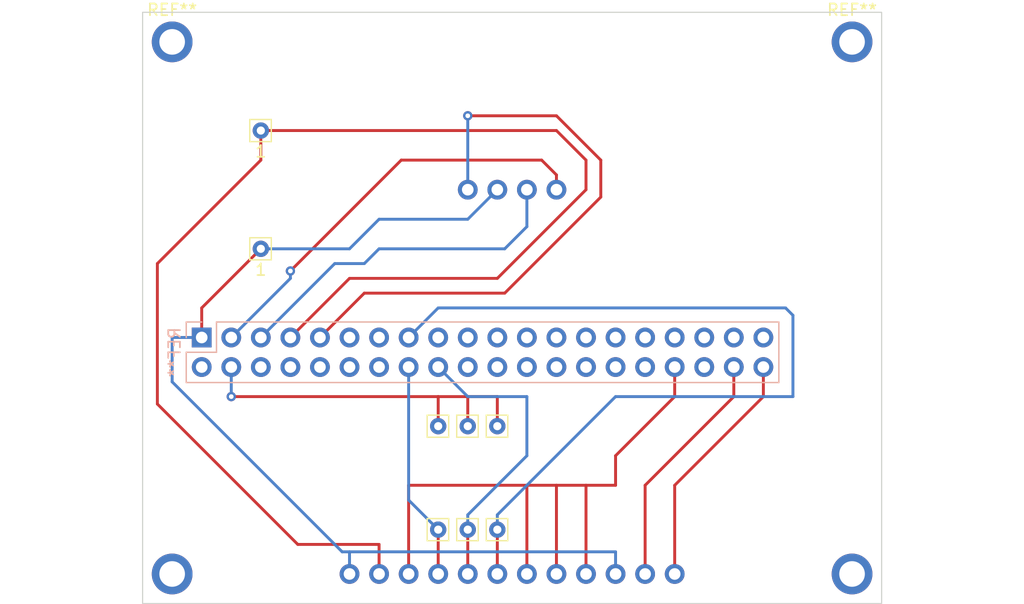
<source format=kicad_pcb>
(kicad_pcb (version 20221018) (generator pcbnew)
  (layers (0 "F.Cu" signal) (31 "B.Cu" signal) (34 "B.Paste" user) (35 "F.Paste" user) (36 "B.SilkS" user "B.Silkscreen") (37 "F.SilkS" user "F.Silkscreen") (38 "B.Mask" user) (39 "F.Mask" user) (44 "Edge.Cuts" user))
  (net 0 "")
  (footprint "" (layer "F.Cu") (at 152.4 124.46)
    (fp_text reference "" (at 0 0) (layer "F.SilkS") (effects (font (size 1.27 1.27))))
    (fp_text value "" (at 0 0) (layer "F.SilkS") (effects (font (size 1.27 1.27))))
    (pad "" thru_hole oval (at 0 0 270) (size 1.7 1.7) (drill 1) (layers "*.Cu" "*.Mask"))
  )
  (footprint "" (layer "F.Cu") (at 124.46 124.46)
    (fp_text reference "" (at 0 0) (layer "F.SilkS") (effects (font (size 1.27 1.27))))
    (fp_text value "" (at 0 0) (layer "F.SilkS") (effects (font (size 1.27 1.27))))
    (pad "" thru_hole oval (at 0 0 270) (size 1.7 1.7) (drill 1) (layers "*.Cu" "*.Mask"))
  )
  (footprint "" (layer "F.Cu") (at 134.62 124.46)
    (fp_text reference "" (at 0 0) (layer "F.SilkS") (effects (font (size 1.27 1.27))))
    (fp_text value "" (at 0 0) (layer "F.SilkS") (effects (font (size 1.27 1.27))))
    (pad "" thru_hole oval (at 0 0 270) (size 1.7 1.7) (drill 1) (layers "*.Cu" "*.Mask"))
  )
  (footprint "" (layer "F.Cu") (at 167.64 124.46)
    (fp_text reference "" (at 0 0) (layer "F.SilkS") (effects (font (size 1.27 1.27))))
    (fp_text value "" (at 0 0) (layer "F.SilkS") (effects (font (size 1.27 1.27))))
    (pad "" thru_hole circle (at 0 0) (size 3.5 3.5) (drill 2.2) (layers "*.Cu" "*.Mask"))
  )
  (footprint "MountingHole:MountingHole_2.2mm_M2_ISO7380_Pad" (layer "F.Cu") (at 167.64 78.74)
    (fp_text reference "REF**" (at 0 -2.75) (layer "F.SilkS"))
    (fp_text value "MountingHole_2.2mm_M2_ISO7380_Pad")
    (pad "" thru_hole circle (at 0 0) (size 3.5 3.5) (drill 2.2) (layers "*.Cu" "*.Mask"))
  )
  (footprint "" (layer "F.Cu") (at 129.54 124.46)
    (fp_text reference "" (at 0 0) (layer "F.SilkS") (effects (font (size 1.27 1.27))))
    (fp_text value "" (at 0 0) (layer "F.SilkS") (effects (font (size 1.27 1.27))))
    (pad "" thru_hole oval (at 0 0 270) (size 1.7 1.7) (drill 1) (layers "*.Cu" "*.Mask"))
  )
  (footprint "" (layer "F.Cu") (at 139.7 124.46)
    (fp_text reference "" (at 0 0) (layer "F.SilkS") (effects (font (size 1.27 1.27))))
    (fp_text value "" (at 0 0) (layer "F.SilkS") (effects (font (size 1.27 1.27))))
    (pad "" thru_hole oval (at 0 0 270) (size 1.7 1.7) (drill 1) (layers "*.Cu" "*.Mask"))
  )
  (footprint "" (layer "F.Cu") (at 147.32 124.46)
    (fp_text reference "" (at 0 0) (layer "F.SilkS") (effects (font (size 1.27 1.27))))
    (fp_text value "" (at 0 0) (layer "F.SilkS") (effects (font (size 1.27 1.27))))
    (pad "" thru_hole oval (at 0 0 270) (size 1.7 1.7) (drill 1) (layers "*.Cu" "*.Mask"))
  )
  (footprint "" (layer "F.Cu") (at 109.22 124.46)
    (fp_text reference "" (at 0 0) (layer "F.SilkS") (effects (font (size 1.27 1.27))))
    (fp_text value "" (at 0 0) (layer "F.SilkS") (effects (font (size 1.27 1.27))))
    (pad "" thru_hole circle (at 0 0) (size 3.5 3.5) (drill 2.2) (layers "*.Cu" "*.Mask"))
  )
  (footprint "" (layer "F.Cu") (at 137.16 124.46)
    (fp_text reference "" (at 0 0) (layer "F.SilkS") (effects (font (size 1.27 1.27))))
    (fp_text value "" (at 0 0) (layer "F.SilkS") (effects (font (size 1.27 1.27))))
    (pad "" thru_hole oval (at 0 0 270) (size 1.7 1.7) (drill 1) (layers "*.Cu" "*.Mask"))
  )
  (footprint "Connector_Pin:Pin_D0.7mm_L6.5mm_W1.8mm_FlatFork" (layer "F.Cu") (at 134.62 111.76)
    (fp_text reference "" (at 0 1.8) (layer "F.SilkS"))
    (fp_text value "")
    (fp_line (start -0.95 -0.95) (end -0.95 0.95) (stroke (width 0.12)) (layer "F.SilkS"))
    (fp_line (start -0.95 0.95) (end 0.9 0.95) (stroke (width 0.12)) (layer "F.SilkS"))
    (fp_line (start 0.9 -0.95) (end -0.95 -0.95) (stroke (width 0.12)) (layer "F.SilkS"))
    (fp_line (start 0.9 -0.9) (end 0.9 -0.95) (stroke (width 0.12)) (layer "F.SilkS"))
    (fp_line (start 0.9 0.95) (end 0.9 -0.9) (stroke (width 0.12)) (layer "F.SilkS"))
    (pad "1" thru_hole circle (at 0 0) (size 1.4 1.4) (drill 0.7) (layers "*.Cu" "*.Mask"))
  )
  (footprint "" (layer "F.Cu") (at 142.24 91.44)
    (fp_text reference "" (at 0 0) (layer "F.SilkS") (effects (font (size 1.27 1.27))))
    (fp_text value "" (at 0 0) (layer "F.SilkS") (effects (font (size 1.27 1.27))))
    (pad "4" thru_hole oval (at 0 0 270) (size 1.7 1.7) (drill 1) (layers "*.Cu" "*.Mask"))
  )
  (footprint "Connector_Pin:Pin_D0.7mm_L6.5mm_W1.8mm_FlatFork" (layer "F.Cu") (at 134.62 120.65)
    (fp_text reference "" (at 0 1.8) (layer "F.SilkS"))
    (fp_text value "")
    (fp_line (start -0.95 -0.95) (end -0.95 0.95) (stroke (width 0.12)) (layer "F.SilkS"))
    (fp_line (start -0.95 0.95) (end 0.9 0.95) (stroke (width 0.12)) (layer "F.SilkS"))
    (fp_line (start 0.9 -0.95) (end -0.95 -0.95) (stroke (width 0.12)) (layer "F.SilkS"))
    (fp_line (start 0.9 -0.9) (end 0.9 -0.95) (stroke (width 0.12)) (layer "F.SilkS"))
    (fp_line (start 0.9 0.95) (end 0.9 -0.9) (stroke (width 0.12)) (layer "F.SilkS"))
    (pad "1" thru_hole circle (at 0 0) (size 1.4 1.4) (drill 0.7) (layers "*.Cu" "*.Mask"))
  )
  (footprint "" (layer "F.Cu") (at 142.24 124.46)
    (fp_text reference "" (at 0 0) (layer "F.SilkS") (effects (font (size 1.27 1.27))))
    (fp_text value "" (at 0 0) (layer "F.SilkS") (effects (font (size 1.27 1.27))))
    (pad "" thru_hole oval (at 0 0 270) (size 1.7 1.7) (drill 1) (layers "*.Cu" "*.Mask"))
  )
  (footprint "" (layer "F.Cu") (at 139.7 91.44)
    (fp_text reference "" (at 0 0) (layer "F.SilkS") (effects (font (size 1.27 1.27))))
    (fp_text value "" (at 0 0) (layer "F.SilkS") (effects (font (size 1.27 1.27))))
    (pad "3" thru_hole oval (at 0 0 270) (size 1.7 1.7) (drill 1) (layers "*.Cu" "*.Mask"))
  )
  (footprint "Connector_Pin:Pin_D0.7mm_L6.5mm_W1.8mm_FlatFork" (layer "F.Cu") (at 132.08 111.76)
    (fp_text reference "" (at 0 1.8) (layer "F.SilkS"))
    (fp_text value "")
    (fp_line (start -0.95 -0.95) (end -0.95 0.95) (stroke (width 0.12)) (layer "F.SilkS"))
    (fp_line (start -0.95 0.95) (end 0.9 0.95) (stroke (width 0.12)) (layer "F.SilkS"))
    (fp_line (start 0.9 -0.95) (end -0.95 -0.95) (stroke (width 0.12)) (layer "F.SilkS"))
    (fp_line (start 0.9 -0.9) (end 0.9 -0.95) (stroke (width 0.12)) (layer "F.SilkS"))
    (fp_line (start 0.9 0.95) (end 0.9 -0.9) (stroke (width 0.12)) (layer "F.SilkS"))
    (pad "1" thru_hole circle (at 0 0) (size 1.4 1.4) (drill 0.7) (layers "*.Cu" "*.Mask"))
  )
  (footprint "MountingHole:MountingHole_2.2mm_M2_ISO7380_Pad" (layer "F.Cu") (at 109.22 78.74)
    (fp_text reference "REF**" (at 0 -2.75) (layer "F.SilkS"))
    (fp_text value "MountingHole_2.2mm_M2_ISO7380_Pad")
    (pad "" thru_hole circle (at 0 0) (size 3.5 3.5) (drill 2.2) (layers "*.Cu" "*.Mask"))
  )
  (footprint "Connector_Pin:Pin_D0.7mm_L6.5mm_W1.8mm_FlatFork" (layer "F.Cu") (at 116.84 86.36)
    (fp_text reference "1" (at 0 1.8) (layer "F.SilkS"))
    (fp_text value "")
    (fp_line (start -0.95 -0.95) (end -0.95 0.95) (stroke (width 0.12)) (layer "F.SilkS"))
    (fp_line (start -0.95 0.95) (end 0.9 0.95) (stroke (width 0.12)) (layer "F.SilkS"))
    (fp_line (start 0.9 -0.95) (end -0.95 -0.95) (stroke (width 0.12)) (layer "F.SilkS"))
    (fp_line (start 0.9 -0.9) (end 0.9 -0.95) (stroke (width 0.12)) (layer "F.SilkS"))
    (fp_line (start 0.9 0.95) (end 0.9 -0.9) (stroke (width 0.12)) (layer "F.SilkS"))
    (pad "1" thru_hole circle (at 0 0) (size 1.4 1.4) (drill 0.7) (layers "*.Cu" "*.Mask"))
  )
  (footprint "" (layer "F.Cu") (at 132.08 124.46)
    (fp_text reference "" (at 0 0) (layer "F.SilkS") (effects (font (size 1.27 1.27))))
    (fp_text value "" (at 0 0) (layer "F.SilkS") (effects (font (size 1.27 1.27))))
    (pad "" thru_hole oval (at 0 0 270) (size 1.7 1.7) (drill 1) (layers "*.Cu" "*.Mask"))
  )
  (footprint "" (layer "F.Cu") (at 127 124.46)
    (fp_text reference "" (at 0 0) (layer "F.SilkS") (effects (font (size 1.27 1.27))))
    (fp_text value "" (at 0 0) (layer "F.SilkS") (effects (font (size 1.27 1.27))))
    (pad "" thru_hole oval (at 0 0 270) (size 1.7 1.7) (drill 1) (layers "*.Cu" "*.Mask"))
  )
  (footprint "" (layer "F.Cu") (at 134.62 91.44)
    (fp_text reference "" (at 0 0) (layer "F.SilkS") (effects (font (size 1.27 1.27))))
    (fp_text value "" (at 0 0) (layer "F.SilkS") (effects (font (size 1.27 1.27))))
    (pad "1" thru_hole oval (at 0 0 270) (size 1.7 1.7) (drill 1) (layers "*.Cu" "*.Mask"))
  )
  (footprint "" (layer "F.Cu") (at 149.86 124.46)
    (fp_text reference "" (at 0 0) (layer "F.SilkS") (effects (font (size 1.27 1.27))))
    (fp_text value "" (at 0 0) (layer "F.SilkS") (effects (font (size 1.27 1.27))))
    (pad "" thru_hole oval (at 0 0 270) (size 1.7 1.7) (drill 1) (layers "*.Cu" "*.Mask"))
  )
  (footprint "Connector_Pin:Pin_D0.7mm_L6.5mm_W1.8mm_FlatFork" (layer "F.Cu") (at 137.16 111.76)
    (fp_text reference "" (at 0 1.8) (layer "F.SilkS"))
    (fp_text value "")
    (fp_line (start -0.95 -0.95) (end -0.95 0.95) (stroke (width 0.12)) (layer "F.SilkS"))
    (fp_line (start -0.95 0.95) (end 0.9 0.95) (stroke (width 0.12)) (layer "F.SilkS"))
    (fp_line (start 0.9 -0.95) (end -0.95 -0.95) (stroke (width 0.12)) (layer "F.SilkS"))
    (fp_line (start 0.9 -0.9) (end 0.9 -0.95) (stroke (width 0.12)) (layer "F.SilkS"))
    (fp_line (start 0.9 0.95) (end 0.9 -0.9) (stroke (width 0.12)) (layer "F.SilkS"))
    (pad "1" thru_hole circle (at 0 0) (size 1.4 1.4) (drill 0.7) (layers "*.Cu" "*.Mask"))
  )
  (footprint "Connector_Pin:Pin_D0.7mm_L6.5mm_W1.8mm_FlatFork" (layer "F.Cu") (at 132.08 120.65)
    (fp_text reference "" (at 0 1.8) (layer "F.SilkS"))
    (fp_text value "")
    (fp_line (start -0.95 -0.95) (end -0.95 0.95) (stroke (width 0.12)) (layer "F.SilkS"))
    (fp_line (start -0.95 0.95) (end 0.9 0.95) (stroke (width 0.12)) (layer "F.SilkS"))
    (fp_line (start 0.9 -0.95) (end -0.95 -0.95) (stroke (width 0.12)) (layer "F.SilkS"))
    (fp_line (start 0.9 -0.9) (end 0.9 -0.95) (stroke (width 0.12)) (layer "F.SilkS"))
    (fp_line (start 0.9 0.95) (end 0.9 -0.9) (stroke (width 0.12)) (layer "F.SilkS"))
    (pad "1" thru_hole circle (at 0 0) (size 1.4 1.4) (drill 0.7) (layers "*.Cu" "*.Mask"))
  )
  (footprint "" (layer "F.Cu") (at 144.78 124.46)
    (fp_text reference "" (at 0 0) (layer "F.SilkS") (effects (font (size 1.27 1.27))))
    (fp_text value "" (at 0 0) (layer "F.SilkS") (effects (font (size 1.27 1.27))))
    (pad "" thru_hole oval (at 0 0 270) (size 1.7 1.7) (drill 1) (layers "*.Cu" "*.Mask"))
  )
  (footprint "Connector_Pin:Pin_D0.7mm_L6.5mm_W1.8mm_FlatFork" (layer "F.Cu") (at 137.16 120.65)
    (fp_text reference "" (at 0 1.8) (layer "F.SilkS"))
    (fp_text value "")
    (fp_line (start -0.95 -0.95) (end -0.95 0.95) (stroke (width 0.12)) (layer "F.SilkS"))
    (fp_line (start -0.95 0.95) (end 0.9 0.95) (stroke (width 0.12)) (layer "F.SilkS"))
    (fp_line (start 0.9 -0.95) (end -0.95 -0.95) (stroke (width 0.12)) (layer "F.SilkS"))
    (fp_line (start 0.9 -0.9) (end 0.9 -0.95) (stroke (width 0.12)) (layer "F.SilkS"))
    (fp_line (start 0.9 0.95) (end 0.9 -0.9) (stroke (width 0.12)) (layer "F.SilkS"))
    (pad "1" thru_hole circle (at 0 0) (size 1.4 1.4) (drill 0.7) (layers "*.Cu" "*.Mask"))
  )
  (footprint "" (layer "F.Cu") (at 137.16 91.44)
    (fp_text reference "" (at 0 0) (layer "F.SilkS") (effects (font (size 1.27 1.27))))
    (fp_text value "" (at 0 0) (layer "F.SilkS") (effects (font (size 1.27 1.27))))
    (pad "2" thru_hole oval (at 0 0 270) (size 1.7 1.7) (drill 1) (layers "*.Cu" "*.Mask"))
  )
  (footprint "Connector_Pin:Pin_D0.7mm_L6.5mm_W1.8mm_FlatFork" (layer "F.Cu") (at 116.84 96.52)
    (fp_text reference "1" (at 0 1.8) (layer "F.SilkS"))
    (fp_text value "")
    (fp_line (start -0.95 -0.95) (end -0.95 0.95) (stroke (width 0.12)) (layer "F.SilkS"))
    (fp_line (start -0.95 0.95) (end 0.9 0.95) (stroke (width 0.12)) (layer "F.SilkS"))
    (fp_line (start 0.9 -0.95) (end -0.95 -0.95) (stroke (width 0.12)) (layer "F.SilkS"))
    (fp_line (start 0.9 -0.9) (end 0.9 -0.95) (stroke (width 0.12)) (layer "F.SilkS"))
    (fp_line (start 0.9 0.95) (end 0.9 -0.9) (stroke (width 0.12)) (layer "F.SilkS"))
    (pad "1" thru_hole circle (at 0 0) (size 1.4 1.4) (drill 0.7) (layers "*.Cu" "*.Mask"))
  )
  (footprint "Connector_PinHeader_2.54mm:PinHeader_2x20_P2.54mm_Vertical" (layer "B.Cu") (at 111.76 104.14 -90)
    (fp_text reference "REF**" (at 1.27 2.33 90) (layer "B.SilkS") (effects (justify mirror)))
    (fp_text value "PinHeader_2x20_P2.54mm_Vertical")
    (fp_line (start -1.33 -49.59) (end 3.87 -49.59) (stroke (width 0.12)) (layer "B.SilkS"))
    (fp_line (start -1.33 -1.27) (end -1.33 -49.59) (stroke (width 0.12)) (layer "B.SilkS"))
    (fp_line (start -1.33 -1.27) (end 1.27 -1.27) (stroke (width 0.12)) (layer "B.SilkS"))
    (fp_line (start -1.33 0) (end -1.33 1.33) (stroke (width 0.12)) (layer "B.SilkS"))
    (fp_line (start -1.33 1.33) (end 0 1.33) (stroke (width 0.12)) (layer "B.SilkS"))
    (fp_line (start 1.27 -1.27) (end 1.27 1.33) (stroke (width 0.12)) (layer "B.SilkS"))
    (fp_line (start 1.27 1.33) (end 3.87 1.33) (stroke (width 0.12)) (layer "B.SilkS"))
    (fp_line (start 3.87 1.33) (end 3.87 -49.59) (stroke (width 0.12)) (layer "B.SilkS"))
    (pad "1" thru_hole rect (at 0 0 270) (size 1.7 1.7) (drill 1) (layers "*.Cu" "*.Mask"))
    (pad "2" thru_hole oval (at 2.54 0 270) (size 1.7 1.7) (drill 1) (layers "*.Cu" "*.Mask"))
    (pad "3" thru_hole oval (at 0 -2.54 270) (size 1.7 1.7) (drill 1) (layers "*.Cu" "*.Mask"))
    (pad "4" thru_hole oval (at 2.54 -2.54 270) (size 1.7 1.7) (drill 1) (layers "*.Cu" "*.Mask"))
    (pad "5" thru_hole oval (at 0 -5.08 270) (size 1.7 1.7) (drill 1) (layers "*.Cu" "*.Mask"))
    (pad "6" thru_hole oval (at 2.54 -5.08 270) (size 1.7 1.7) (drill 1) (layers "*.Cu" "*.Mask"))
    (pad "7" thru_hole oval (at 0 -7.62 270) (size 1.7 1.7) (drill 1) (layers "*.Cu" "*.Mask"))
    (pad "8" thru_hole oval (at 2.54 -7.62 270) (size 1.7 1.7) (drill 1) (layers "*.Cu" "*.Mask"))
    (pad "9" thru_hole oval (at 0 -10.16 270) (size 1.7 1.7) (drill 1) (layers "*.Cu" "*.Mask"))
    (pad "10" thru_hole oval (at 2.54 -10.16 270) (size 1.7 1.7) (drill 1) (layers "*.Cu" "*.Mask"))
    (pad "11" thru_hole oval (at 0 -12.7 270) (size 1.7 1.7) (drill 1) (layers "*.Cu" "*.Mask"))
    (pad "12" thru_hole oval (at 2.54 -12.7 270) (size 1.7 1.7) (drill 1) (layers "*.Cu" "*.Mask"))
    (pad "13" thru_hole oval (at 0 -15.24 270) (size 1.7 1.7) (drill 1) (layers "*.Cu" "*.Mask"))
    (pad "14" thru_hole oval (at 2.54 -15.24 270) (size 1.7 1.7) (drill 1) (layers "*.Cu" "*.Mask"))
    (pad "15" thru_hole oval (at 0 -17.78 270) (size 1.7 1.7) (drill 1) (layers "*.Cu" "*.Mask"))
    (pad "16" thru_hole oval (at 2.54 -17.78 270) (size 1.7 1.7) (drill 1) (layers "*.Cu" "*.Mask"))
    (pad "17" thru_hole oval (at 0 -20.32 270) (size 1.7 1.7) (drill 1) (layers "*.Cu" "*.Mask"))
    (pad "18" thru_hole oval (at 2.54 -20.32 270) (size 1.7 1.7) (drill 1) (layers "*.Cu" "*.Mask"))
    (pad "19" thru_hole oval (at 0 -22.86 270) (size 1.7 1.7) (drill 1) (layers "*.Cu" "*.Mask"))
    (pad "20" thru_hole oval (at 2.54 -22.86 270) (size 1.7 1.7) (drill 1) (layers "*.Cu" "*.Mask"))
    (pad "21" thru_hole oval (at 0 -25.4 270) (size 1.7 1.7) (drill 1) (layers "*.Cu" "*.Mask"))
    (pad "22" thru_hole oval (at 2.54 -25.4 270) (size 1.7 1.7) (drill 1) (layers "*.Cu" "*.Mask"))
    (pad "23" thru_hole oval (at 0 -27.94 270) (size 1.7 1.7) (drill 1) (layers "*.Cu" "*.Mask"))
    (pad "24" thru_hole oval (at 2.54 -27.94 270) (size 1.7 1.7) (drill 1) (layers "*.Cu" "*.Mask"))
    (pad "25" thru_hole oval (at 0 -30.48 270) (size 1.7 1.7) (drill 1) (layers "*.Cu" "*.Mask"))
    (pad "26" thru_hole oval (at 2.54 -30.48 270) (size 1.7 1.7) (drill 1) (layers "*.Cu" "*.Mask"))
    (pad "27" thru_hole oval (at 0 -33.02 270) (size 1.7 1.7) (drill 1) (layers "*.Cu" "*.Mask"))
    (pad "28" thru_hole oval (at 2.54 -33.02 270) (size 1.7 1.7) (drill 1) (layers "*.Cu" "*.Mask"))
    (pad "29" thru_hole oval (at 0 -35.56 270) (size 1.7 1.7) (drill 1) (layers "*.Cu" "*.Mask"))
    (pad "30" thru_hole oval (at 2.54 -35.56 270) (size 1.7 1.7) (drill 1) (layers "*.Cu" "*.Mask"))
    (pad "31" thru_hole oval (at 0 -38.1 270) (size 1.7 1.7) (drill 1) (layers "*.Cu" "*.Mask"))
    (pad "32" thru_hole oval (at 2.54 -38.1 270) (size 1.7 1.7) (drill 1) (layers "*.Cu" "*.Mask"))
    (pad "33" thru_hole oval (at 0 -40.64 270) (size 1.7 1.7) (drill 1) (layers "*.Cu" "*.Mask"))
    (pad "34" thru_hole oval (at 2.54 -40.64 270) (size 1.7 1.7) (drill 1) (layers "*.Cu" "*.Mask"))
    (pad "35" thru_hole oval (at 0 -43.18 270) (size 1.7 1.7) (drill 1) (layers "*.Cu" "*.Mask"))
    (pad "36" thru_hole oval (at 2.54 -43.18 270) (size 1.7 1.7) (drill 1) (layers "*.Cu" "*.Mask"))
    (pad "37" thru_hole oval (at 0 -45.72 270) (size 1.7 1.7) (drill 1) (layers "*.Cu" "*.Mask"))
    (pad "38" thru_hole oval (at 2.54 -45.72 270) (size 1.7 1.7) (drill 1) (layers "*.Cu" "*.Mask"))
    (pad "39" thru_hole oval (at 0 -48.26 270) (size 1.7 1.7) (drill 1) (layers "*.Cu" "*.Mask"))
    (pad "40" thru_hole oval (at 2.54 -48.26 270) (size 1.7 1.7) (drill 1) (layers "*.Cu" "*.Mask"))
  )
  (gr_rect (start 106.68 76.2) (end 170.18 127) (stroke (width 0.1)) (fill none) (layer "Edge.Cuts"))
  (segment (start 132.08 109.22) (end 132.08 111.76) (width 0.24892) (layer "F.Cu") (net 0))
  (segment (start 142.24 85.09) (end 134.62 85.09) (width 0.24892) (layer "F.Cu") (net 0))
  (segment (start 128.905 88.9) (end 140.97 88.9) (width 0.24892) (layer "F.Cu") (net 0))
  (segment (start 107.95 97.79) (end 116.84 88.9) (width 0.24892) (layer "F.Cu") (net 0))
  (segment (start 152.4 109.22) (end 152.4 106.68) (width 0.24892) (layer "F.Cu") (net 0))
  (segment (start 111.76 101.6) (end 111.76 104.14) (width 0.24892) (layer "F.Cu") (net 0))
  (segment (start 144.78 91.44) (end 137.16 99.06) (width 0.24892) (layer "F.Cu") (net 0))
  (segment (start 147.32 114.3) (end 152.4 109.22) (width 0.24892) (layer "F.Cu") (net 0))
  (segment (start 125.73 100.33) (end 137.795 100.33) (width 0.24892) (layer "F.Cu") (net 0))
  (segment (start 142.24 116.84) (end 142.24 124.46) (width 0.24892) (layer "F.Cu") (net 0))
  (segment (start 107.95 97.79) (end 107.95 109.855) (width 0.24892) (layer "F.Cu") (net 0))
  (segment (start 134.62 109.22) (end 134.62 111.76) (width 0.24892) (layer "F.Cu") (net 0))
  (segment (start 139.7 116.84) (end 129.54 116.84) (width 0.24892) (layer "F.Cu") (net 0))
  (segment (start 147.32 116.84) (end 144.78 116.84) (width 0.24892) (layer "F.Cu") (net 0))
  (segment (start 114.3 109.22) (end 132.08 109.22) (width 0.24892) (layer "F.Cu") (net 0))
  (segment (start 140.97 88.9) (end 142.24 90.17) (width 0.24892) (layer "F.Cu") (net 0))
  (segment (start 119.38 98.425) (end 128.905 88.9) (width 0.24892) (layer "F.Cu") (net 0))
  (segment (start 137.16 120.65) (end 137.16 124.46) (width 0.24892) (layer "F.Cu") (net 0))
  (segment (start 142.24 86.36) (end 144.78 88.9) (width 0.24892) (layer "F.Cu") (net 0))
  (segment (start 139.7 116.84) (end 139.7 124.46) (width 0.24892) (layer "F.Cu") (net 0))
  (segment (start 149.86 124.46) (end 149.86 116.84) (width 0.24892) (layer "F.Cu") (net 0))
  (segment (start 146.05 88.9) (end 142.24 85.09) (width 0.24892) (layer "F.Cu") (net 0))
  (segment (start 116.84 88.9) (end 116.84 86.36) (width 0.24892) (layer "F.Cu") (net 0))
  (segment (start 116.84 96.52) (end 111.76 101.6) (width 0.24892) (layer "F.Cu") (net 0))
  (segment (start 120.015 121.92) (end 127 121.92) (width 0.24892) (layer "F.Cu") (net 0))
  (segment (start 134.62 120.65) (end 134.62 124.46) (width 0.24892) (layer "F.Cu") (net 0))
  (segment (start 144.78 116.84) (end 144.78 124.46) (width 0.24892) (layer "F.Cu") (net 0))
  (segment (start 134.62 109.22) (end 137.16 109.22) (width 0.24892) (layer "F.Cu") (net 0))
  (segment (start 142.24 116.84) (end 144.78 116.84) (width 0.24892) (layer "F.Cu") (net 0))
  (segment (start 144.78 88.9) (end 144.78 91.44) (width 0.24892) (layer "F.Cu") (net 0))
  (segment (start 132.08 120.65) (end 132.08 124.46) (width 0.24892) (layer "F.Cu") (net 0))
  (segment (start 160.02 109.22) (end 160.02 106.68) (width 0.24892) (layer "F.Cu") (net 0))
  (segment (start 137.795 100.33) (end 146.05 92.075) (width 0.24892) (layer "F.Cu") (net 0))
  (segment (start 132.08 109.22) (end 134.62 109.22) (width 0.24892) (layer "F.Cu") (net 0))
  (segment (start 149.86 116.84) (end 157.48 109.22) (width 0.24892) (layer "F.Cu") (net 0))
  (segment (start 142.24 116.84) (end 139.7 116.84) (width 0.24892) (layer "F.Cu") (net 0))
  (segment (start 124.46 99.06) (end 119.38 104.14) (width 0.24892) (layer "F.Cu") (net 0))
  (segment (start 142.24 90.17) (end 142.24 91.44) (width 0.24892) (layer "F.Cu") (net 0))
  (segment (start 152.4 116.84) (end 160.02 109.22) (width 0.24892) (layer "F.Cu") (net 0))
  (segment (start 129.54 116.84) (end 129.54 124.46) (width 0.24892) (layer "F.Cu") (net 0))
  (segment (start 146.05 92.075) (end 146.05 88.9) (width 0.24892) (layer "F.Cu") (net 0))
  (segment (start 147.32 114.3) (end 147.32 116.84) (width 0.24892) (layer "F.Cu") (net 0))
  (segment (start 137.16 99.06) (end 124.46 99.06) (width 0.24892) (layer "F.Cu") (net 0))
  (segment (start 121.92 104.14) (end 125.73 100.33) (width 0.24892) (layer "F.Cu") (net 0))
  (segment (start 157.48 109.22) (end 157.48 106.68) (width 0.24892) (layer "F.Cu") (net 0))
  (segment (start 152.4 116.84) (end 152.4 124.46) (width 0.24892) (layer "F.Cu") (net 0))
  (segment (start 142.24 86.36) (end 116.84 86.36) (width 0.24892) (layer "F.Cu") (net 0))
  (segment (start 127 121.92) (end 127 124.46) (width 0.24892) (layer "F.Cu") (net 0))
  (segment (start 137.16 109.22) (end 137.16 111.76) (width 0.24892) (layer "F.Cu") (net 0))
  (segment (start 107.95 109.855) (end 120.015 121.92) (width 0.24892) (layer "F.Cu") (net 0))
  (via (at 134.62 85.09) (size 0.8) (drill 0.4) (layers "F.Cu" "B.Cu") (net 0))
  (via (at 119.38 98.425) (size 0.8) (drill 0.4) (layers "F.Cu" "B.Cu") (net 0))
  (via (at 114.3 109.22) (size 0.8) (drill 0.4) (layers "F.Cu" "B.Cu") (net 0))
  (segment (start 127 96.52) (end 125.73 97.79) (width 0.24892) (layer "B.Cu") (net 0))
  (segment (start 109.22 107.95) (end 123.825 122.555) (width 0.24892) (layer "B.Cu") (net 0))
  (segment (start 134.62 85.09) (end 134.62 91.44) (width 0.24892) (layer "B.Cu") (net 0))
  (segment (start 132.08 106.68) (end 134.62 109.22) (width 0.24892) (layer "B.Cu") (net 0))
  (segment (start 132.08 101.6) (end 161.925 101.6) (width 0.24892) (layer "B.Cu") (net 0))
  (segment (start 137.795 96.52) (end 127 96.52) (width 0.24892) (layer "B.Cu") (net 0))
  (segment (start 116.84 96.52) (end 124.46 96.52) (width 0.24892) (layer "B.Cu") (net 0))
  (segment (start 147.32 122.555) (end 124.46 122.555) (width 0.24892) (layer "B.Cu") (net 0))
  (segment (start 139.7 109.22) (end 139.7 114.3) (width 0.24892) (layer "B.Cu") (net 0))
  (segment (start 134.62 93.98) (end 137.16 91.44) (width 0.24892) (layer "B.Cu") (net 0))
  (segment (start 139.7 94.615) (end 137.795 96.52) (width 0.24892) (layer "B.Cu") (net 0))
  (segment (start 147.32 109.22) (end 137.16 119.38) (width 0.24892) (layer "B.Cu") (net 0))
  (segment (start 109.22 104.14) (end 109.22 107.95) (width 0.24892) (layer "B.Cu") (net 0))
  (segment (start 134.62 109.22) (end 139.7 109.22) (width 0.24892) (layer "B.Cu") (net 0))
  (segment (start 114.3 104.14) (end 119.38 99.06) (width 0.24892) (layer "B.Cu") (net 0))
  (segment (start 139.7 114.3) (end 134.62 119.38) (width 0.24892) (layer "B.Cu") (net 0))
  (segment (start 161.925 101.6) (end 162.56 102.235) (width 0.24892) (layer "B.Cu") (net 0))
  (segment (start 111.76 104.14) (end 109.22 104.14) (width 0.24892) (layer "B.Cu") (net 0))
  (segment (start 119.38 99.06) (end 119.38 98.425) (width 0.24892) (layer "B.Cu") (net 0))
  (segment (start 162.56 102.235) (end 162.56 109.22) (width 0.24892) (layer "B.Cu") (net 0))
  (segment (start 114.3 106.68) (end 114.3 109.22) (width 0.24892) (layer "B.Cu") (net 0))
  (segment (start 129.54 104.14) (end 132.08 101.6) (width 0.24892) (layer "B.Cu") (net 0))
  (segment (start 127 93.98) (end 134.62 93.98) (width 0.24892) (layer "B.Cu") (net 0))
  (segment (start 123.19 97.79) (end 116.84 104.14) (width 0.24892) (layer "B.Cu") (net 0))
  (segment (start 124.46 124.46) (end 124.46 122.555) (width 0.24892) (layer "B.Cu") (net 0))
  (segment (start 129.54 118.11) (end 132.08 120.65) (width 0.24892) (layer "B.Cu") (net 0))
  (segment (start 162.56 109.22) (end 147.32 109.22) (width 0.24892) (layer "B.Cu") (net 0))
  (segment (start 124.46 96.52) (end 127 93.98) (width 0.24892) (layer "B.Cu") (net 0))
  (segment (start 123.825 122.555) (end 124.46 122.555) (width 0.24892) (layer "B.Cu") (net 0))
  (segment (start 147.32 124.46) (end 147.32 122.555) (width 0.24892) (layer "B.Cu") (net 0))
  (segment (start 137.16 119.38) (end 137.16 120.65) (width 0.24892) (layer "B.Cu") (net 0))
  (segment (start 134.62 119.38) (end 134.62 120.65) (width 0.24892) (layer "B.Cu") (net 0))
  (segment (start 129.54 106.68) (end 129.54 118.11) (width 0.24892) (layer "B.Cu") (net 0))
  (segment (start 125.73 97.79) (end 123.19 97.79) (width 0.24892) (layer "B.Cu") (net 0))
  (segment (start 139.7 91.44) (end 139.7 94.615) (width 0.24892) (layer "B.Cu") (net 0))
)
</source>
